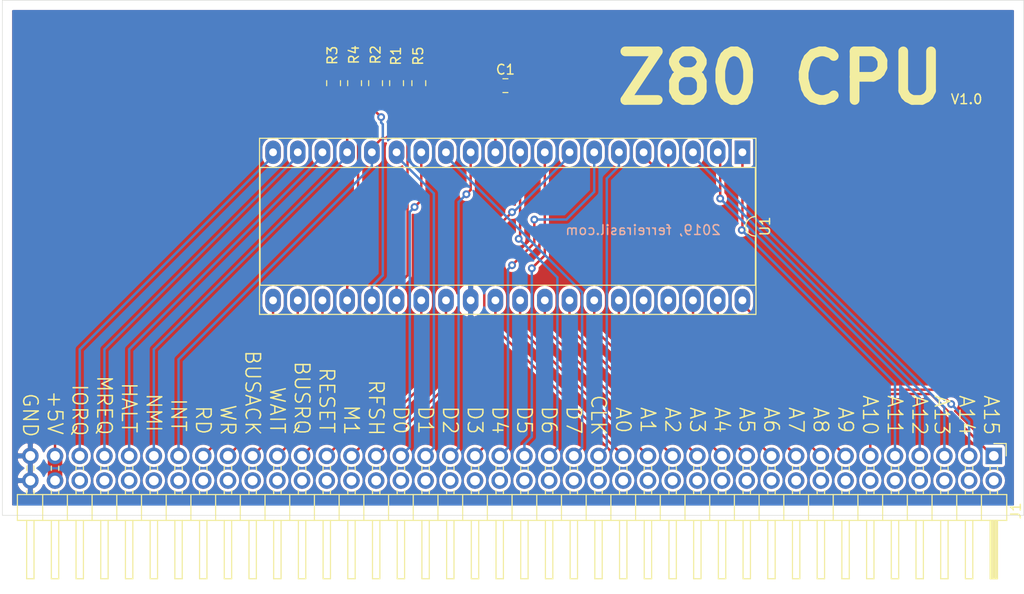
<source format=kicad_pcb>
(kicad_pcb (version 20171130) (host pcbnew 5.1.2)
  (layers (0 F.Cu signal) (31 B.Cu signal) (34 B.Paste user) (35 F.Paste user) (36 B.SilkS user) (37 F.SilkS user) (38 B.Mask user) (39 F.Mask user) (44 Edge.Cuts user))
  (net 0 "")
  (net 1 GND)
  (net 2 +5V)
  (net 3 /A0)
  (net 4 /A1)
  (net 5 /A2)
  (net 6 /A3)
  (net 7 /A4)
  (net 8 /A5)
  (net 9 /A6)
  (net 10 /A7)
  (net 11 /A8)
  (net 12 /A9)
  (net 13 /A10)
  (net 14 /A11)
  (net 15 /A12)
  (net 16 /A13)
  (net 17 /A14)
  (net 18 /A15)
  (net 19 /D0)
  (net 20 /D1)
  (net 21 /D2)
  (net 22 /D3)
  (net 23 /D4)
  (net 24 /D5)
  (net 25 /D6)
  (net 26 /D7)
  (net 27 /RD)
  (net 28 /WR)
  (net 29 /MREQ)
  (net 30 /IORQ)
  (net 31 /NMI)
  (net 32 /INT)
  (net 33 /BUSRQ)
  (net 34 /BUSACK)
  (net 35 /M1)
  (net 36 /RFSH)
  (net 37 /WAIT)
  (net 38 /HALT)
  (net 39 /RESET)
  (net 40 /CLK)
  (net 41 "Net-(J1-Pad76)")
  (net 42 "Net-(J1-Pad74)")
  (net 43 "Net-(J1-Pad72)")
  (net 44 "Net-(J1-Pad70)")
  (net 45 "Net-(J1-Pad68)")
  (net 46 "Net-(J1-Pad66)")
  (net 47 "Net-(J1-Pad64)")
  (net 48 "Net-(J1-Pad62)")
  (net 49 "Net-(J1-Pad60)")
  (net 50 "Net-(J1-Pad58)")
  (net 51 "Net-(J1-Pad56)")
  (net 52 "Net-(J1-Pad54)")
  (net 53 "Net-(J1-Pad52)")
  (net 54 "Net-(J1-Pad50)")
  (net 55 "Net-(J1-Pad48)")
  (net 56 "Net-(J1-Pad46)")
  (net 57 "Net-(J1-Pad44)")
  (net 58 "Net-(J1-Pad42)")
  (net 59 "Net-(J1-Pad40)")
  (net 60 "Net-(J1-Pad38)")
  (net 61 "Net-(J1-Pad36)")
  (net 62 "Net-(J1-Pad34)")
  (net 63 "Net-(J1-Pad32)")
  (net 64 "Net-(J1-Pad30)")
  (net 65 "Net-(J1-Pad28)")
  (net 66 "Net-(J1-Pad26)")
  (net 67 "Net-(J1-Pad24)")
  (net 68 "Net-(J1-Pad22)")
  (net 69 "Net-(J1-Pad20)")
  (net 70 "Net-(J1-Pad18)")
  (net 71 "Net-(J1-Pad16)")
  (net 72 "Net-(J1-Pad14)")
  (net 73 "Net-(J1-Pad12)")
  (net 74 "Net-(J1-Pad10)")
  (net 75 "Net-(J1-Pad8)")
  (net 76 "Net-(J1-Pad6)")
  (net 77 "Net-(J1-Pad4)")
  (net 78 "Net-(J1-Pad2)")
  (module Capacitor_SMD:C_0805_2012Metric (layer F.Cu) (at 151.7165 73.787)
    (fp_text reference C1 (at 0 -1.65) (layer F.SilkS))
    (fp_text value C)
    (pad 2 smd roundrect (at 0.9375 0) (size 0.975 1.4) (layers F.Cu F.Paste F.Mask) (net 1 GND))
    (pad 1 smd roundrect (at -0.9375 0) (size 0.975 1.4) (layers F.Cu F.Paste F.Mask) (net 2 +5V))
  )
  (module Connector_PinHeader_2.54mm:PinHeader_2x40_P2.54mm_Horizontal (layer F.Cu) (at 201.93 111.887 270)
    (fp_text reference J1 (at 5.655 -2.27 90) (layer F.SilkS))
    (fp_text value Conn_02x40_Odd_Even)
    (pad 80 thru_hole oval (at 2.54 99.06 270) (size 1.7 1.7) (drill 1) (layers *.Cu *.Mask) (net 1 GND))
    (pad 79 thru_hole oval (at 0 99.06 270) (size 1.7 1.7) (drill 1) (layers *.Cu *.Mask) (net 1 GND))
    (pad 78 thru_hole oval (at 2.54 96.52 270) (size 1.7 1.7) (drill 1) (layers *.Cu *.Mask) (net 2 +5V))
    (pad 77 thru_hole oval (at 0 96.52 270) (size 1.7 1.7) (drill 1) (layers *.Cu *.Mask) (net 2 +5V))
    (pad 76 thru_hole oval (at 2.54 93.98 270) (size 1.7 1.7) (drill 1) (layers *.Cu *.Mask) (net 41 "Net-(J1-Pad76)"))
    (pad 75 thru_hole oval (at 0 93.98 270) (size 1.7 1.7) (drill 1) (layers *.Cu *.Mask) (net 30 /IORQ))
    (pad 74 thru_hole oval (at 2.54 91.44 270) (size 1.7 1.7) (drill 1) (layers *.Cu *.Mask) (net 42 "Net-(J1-Pad74)"))
    (pad 73 thru_hole oval (at 0 91.44 270) (size 1.7 1.7) (drill 1) (layers *.Cu *.Mask) (net 29 /MREQ))
    (pad 72 thru_hole oval (at 2.54 88.9 270) (size 1.7 1.7) (drill 1) (layers *.Cu *.Mask) (net 43 "Net-(J1-Pad72)"))
    (pad 71 thru_hole oval (at 0 88.9 270) (size 1.7 1.7) (drill 1) (layers *.Cu *.Mask) (net 38 /HALT))
    (pad 70 thru_hole oval (at 2.54 86.36 270) (size 1.7 1.7) (drill 1) (layers *.Cu *.Mask) (net 44 "Net-(J1-Pad70)"))
    (pad 69 thru_hole oval (at 0 86.36 270) (size 1.7 1.7) (drill 1) (layers *.Cu *.Mask) (net 31 /NMI))
    (pad 68 thru_hole oval (at 2.54 83.82 270) (size 1.7 1.7) (drill 1) (layers *.Cu *.Mask) (net 45 "Net-(J1-Pad68)"))
    (pad 67 thru_hole oval (at 0 83.82 270) (size 1.7 1.7) (drill 1) (layers *.Cu *.Mask) (net 32 /INT))
    (pad 66 thru_hole oval (at 2.54 81.28 270) (size 1.7 1.7) (drill 1) (layers *.Cu *.Mask) (net 46 "Net-(J1-Pad66)"))
    (pad 65 thru_hole oval (at 0 81.28 270) (size 1.7 1.7) (drill 1) (layers *.Cu *.Mask) (net 27 /RD))
    (pad 64 thru_hole oval (at 2.54 78.74 270) (size 1.7 1.7) (drill 1) (layers *.Cu *.Mask) (net 47 "Net-(J1-Pad64)"))
    (pad 63 thru_hole oval (at 0 78.74 270) (size 1.7 1.7) (drill 1) (layers *.Cu *.Mask) (net 28 /WR))
    (pad 62 thru_hole oval (at 2.54 76.2 270) (size 1.7 1.7) (drill 1) (layers *.Cu *.Mask) (net 48 "Net-(J1-Pad62)"))
    (pad 61 thru_hole oval (at 0 76.2 270) (size 1.7 1.7) (drill 1) (layers *.Cu *.Mask) (net 34 /BUSACK))
    (pad 60 thru_hole oval (at 2.54 73.66 270) (size 1.7 1.7) (drill 1) (layers *.Cu *.Mask) (net 49 "Net-(J1-Pad60)"))
    (pad 59 thru_hole oval (at 0 73.66 270) (size 1.7 1.7) (drill 1) (layers *.Cu *.Mask) (net 37 /WAIT))
    (pad 58 thru_hole oval (at 2.54 71.12 270) (size 1.7 1.7) (drill 1) (layers *.Cu *.Mask) (net 50 "Net-(J1-Pad58)"))
    (pad 57 thru_hole oval (at 0 71.12 270) (size 1.7 1.7) (drill 1) (layers *.Cu *.Mask) (net 33 /BUSRQ))
    (pad 56 thru_hole oval (at 2.54 68.58 270) (size 1.7 1.7) (drill 1) (layers *.Cu *.Mask) (net 51 "Net-(J1-Pad56)"))
    (pad 55 thru_hole oval (at 0 68.58 270) (size 1.7 1.7) (drill 1) (layers *.Cu *.Mask) (net 39 /RESET))
    (pad 54 thru_hole oval (at 2.54 66.04 270) (size 1.7 1.7) (drill 1) (layers *.Cu *.Mask) (net 52 "Net-(J1-Pad54)"))
    (pad 53 thru_hole oval (at 0 66.04 270) (size 1.7 1.7) (drill 1) (layers *.Cu *.Mask) (net 35 /M1))
    (pad 52 thru_hole oval (at 2.54 63.5 270) (size 1.7 1.7) (drill 1) (layers *.Cu *.Mask) (net 53 "Net-(J1-Pad52)"))
    (pad 51 thru_hole oval (at 0 63.5 270) (size 1.7 1.7) (drill 1) (layers *.Cu *.Mask) (net 36 /RFSH))
    (pad 50 thru_hole oval (at 2.54 60.96 270) (size 1.7 1.7) (drill 1) (layers *.Cu *.Mask) (net 54 "Net-(J1-Pad50)"))
    (pad 49 thru_hole oval (at 0 60.96 270) (size 1.7 1.7) (drill 1) (layers *.Cu *.Mask) (net 19 /D0))
    (pad 48 thru_hole oval (at 2.54 58.42 270) (size 1.7 1.7) (drill 1) (layers *.Cu *.Mask) (net 55 "Net-(J1-Pad48)"))
    (pad 47 thru_hole oval (at 0 58.42 270) (size 1.7 1.7) (drill 1) (layers *.Cu *.Mask) (net 20 /D1))
    (pad 46 thru_hole oval (at 2.54 55.88 270) (size 1.7 1.7) (drill 1) (layers *.Cu *.Mask) (net 56 "Net-(J1-Pad46)"))
    (pad 45 thru_hole oval (at 0 55.88 270) (size 1.7 1.7) (drill 1) (layers *.Cu *.Mask) (net 21 /D2))
    (pad 44 thru_hole oval (at 2.54 53.34 270) (size 1.7 1.7) (drill 1) (layers *.Cu *.Mask) (net 57 "Net-(J1-Pad44)"))
    (pad 43 thru_hole oval (at 0 53.34 270) (size 1.7 1.7) (drill 1) (layers *.Cu *.Mask) (net 22 /D3))
    (pad 42 thru_hole oval (at 2.54 50.8 270) (size 1.7 1.7) (drill 1) (layers *.Cu *.Mask) (net 58 "Net-(J1-Pad42)"))
    (pad 41 thru_hole oval (at 0 50.8 270) (size 1.7 1.7) (drill 1) (layers *.Cu *.Mask) (net 23 /D4))
    (pad 40 thru_hole oval (at 2.54 48.26 270) (size 1.7 1.7) (drill 1) (layers *.Cu *.Mask) (net 59 "Net-(J1-Pad40)"))
    (pad 39 thru_hole oval (at 0 48.26 270) (size 1.7 1.7) (drill 1) (layers *.Cu *.Mask) (net 24 /D5))
    (pad 38 thru_hole oval (at 2.54 45.72 270) (size 1.7 1.7) (drill 1) (layers *.Cu *.Mask) (net 60 "Net-(J1-Pad38)"))
    (pad 37 thru_hole oval (at 0 45.72 270) (size 1.7 1.7) (drill 1) (layers *.Cu *.Mask) (net 25 /D6))
    (pad 36 thru_hole oval (at 2.54 43.18 270) (size 1.7 1.7) (drill 1) (layers *.Cu *.Mask) (net 61 "Net-(J1-Pad36)"))
    (pad 35 thru_hole oval (at 0 43.18 270) (size 1.7 1.7) (drill 1) (layers *.Cu *.Mask) (net 26 /D7))
    (pad 34 thru_hole oval (at 2.54 40.64 270) (size 1.7 1.7) (drill 1) (layers *.Cu *.Mask) (net 62 "Net-(J1-Pad34)"))
    (pad 33 thru_hole oval (at 0 40.64 270) (size 1.7 1.7) (drill 1) (layers *.Cu *.Mask) (net 40 /CLK))
    (pad 32 thru_hole oval (at 2.54 38.1 270) (size 1.7 1.7) (drill 1) (layers *.Cu *.Mask) (net 63 "Net-(J1-Pad32)"))
    (pad 31 thru_hole oval (at 0 38.1 270) (size 1.7 1.7) (drill 1) (layers *.Cu *.Mask) (net 3 /A0))
    (pad 30 thru_hole oval (at 2.54 35.56 270) (size 1.7 1.7) (drill 1) (layers *.Cu *.Mask) (net 64 "Net-(J1-Pad30)"))
    (pad 29 thru_hole oval (at 0 35.56 270) (size 1.7 1.7) (drill 1) (layers *.Cu *.Mask) (net 4 /A1))
    (pad 28 thru_hole oval (at 2.54 33.02 270) (size 1.7 1.7) (drill 1) (layers *.Cu *.Mask) (net 65 "Net-(J1-Pad28)"))
    (pad 27 thru_hole oval (at 0 33.02 270) (size 1.7 1.7) (drill 1) (layers *.Cu *.Mask) (net 5 /A2))
    (pad 26 thru_hole oval (at 2.54 30.48 270) (size 1.7 1.7) (drill 1) (layers *.Cu *.Mask) (net 66 "Net-(J1-Pad26)"))
    (pad 25 thru_hole oval (at 0 30.48 270) (size 1.7 1.7) (drill 1) (layers *.Cu *.Mask) (net 6 /A3))
    (pad 24 thru_hole oval (at 2.54 27.94 270) (size 1.7 1.7) (drill 1) (layers *.Cu *.Mask) (net 67 "Net-(J1-Pad24)"))
    (pad 23 thru_hole oval (at 0 27.94 270) (size 1.7 1.7) (drill 1) (layers *.Cu *.Mask) (net 7 /A4))
    (pad 22 thru_hole oval (at 2.54 25.4 270) (size 1.7 1.7) (drill 1) (layers *.Cu *.Mask) (net 68 "Net-(J1-Pad22)"))
    (pad 21 thru_hole oval (at 0 25.4 270) (size 1.7 1.7) (drill 1) (layers *.Cu *.Mask) (net 8 /A5))
    (pad 20 thru_hole oval (at 2.54 22.86 270) (size 1.7 1.7) (drill 1) (layers *.Cu *.Mask) (net 69 "Net-(J1-Pad20)"))
    (pad 19 thru_hole oval (at 0 22.86 270) (size 1.7 1.7) (drill 1) (layers *.Cu *.Mask) (net 9 /A6))
    (pad 18 thru_hole oval (at 2.54 20.32 270) (size 1.7 1.7) (drill 1) (layers *.Cu *.Mask) (net 70 "Net-(J1-Pad18)"))
    (pad 17 thru_hole oval (at 0 20.32 270) (size 1.7 1.7) (drill 1) (layers *.Cu *.Mask) (net 10 /A7))
    (pad 16 thru_hole oval (at 2.54 17.78 270) (size 1.7 1.7) (drill 1) (layers *.Cu *.Mask) (net 71 "Net-(J1-Pad16)"))
    (pad 15 thru_hole oval (at 0 17.78 270) (size 1.7 1.7) (drill 1) (layers *.Cu *.Mask) (net 11 /A8))
    (pad 14 thru_hole oval (at 2.54 15.24 270) (size 1.7 1.7) (drill 1) (layers *.Cu *.Mask) (net 72 "Net-(J1-Pad14)"))
    (pad 13 thru_hole oval (at 0 15.24 270) (size 1.7 1.7) (drill 1) (layers *.Cu *.Mask) (net 12 /A9))
    (pad 12 thru_hole oval (at 2.54 12.7 270) (size 1.7 1.7) (drill 1) (layers *.Cu *.Mask) (net 73 "Net-(J1-Pad12)"))
    (pad 11 thru_hole oval (at 0 12.7 270) (size 1.7 1.7) (drill 1) (layers *.Cu *.Mask) (net 13 /A10))
    (pad 10 thru_hole oval (at 2.54 10.16 270) (size 1.7 1.7) (drill 1) (layers *.Cu *.Mask) (net 74 "Net-(J1-Pad10)"))
    (pad 9 thru_hole oval (at 0 10.16 270) (size 1.7 1.7) (drill 1) (layers *.Cu *.Mask) (net 14 /A11))
    (pad 8 thru_hole oval (at 2.54 7.62 270) (size 1.7 1.7) (drill 1) (layers *.Cu *.Mask) (net 75 "Net-(J1-Pad8)"))
    (pad 7 thru_hole oval (at 0 7.62 270) (size 1.7 1.7) (drill 1) (layers *.Cu *.Mask) (net 15 /A12))
    (pad 6 thru_hole oval (at 2.54 5.08 270) (size 1.7 1.7) (drill 1) (layers *.Cu *.Mask) (net 76 "Net-(J1-Pad6)"))
    (pad 5 thru_hole oval (at 0 5.08 270) (size 1.7 1.7) (drill 1) (layers *.Cu *.Mask) (net 16 /A13))
    (pad 4 thru_hole oval (at 2.54 2.54 270) (size 1.7 1.7) (drill 1) (layers *.Cu *.Mask) (net 77 "Net-(J1-Pad4)"))
    (pad 3 thru_hole oval (at 0 2.54 270) (size 1.7 1.7) (drill 1) (layers *.Cu *.Mask) (net 17 /A14))
    (pad 2 thru_hole oval (at 2.54 0 270) (size 1.7 1.7) (drill 1) (layers *.Cu *.Mask) (net 78 "Net-(J1-Pad2)"))
    (pad 1 thru_hole rect (at 0 0 270) (size 1.7 1.7) (drill 1) (layers *.Cu *.Mask) (net 18 /A15))
  )
  (module Package_DIP:DIP-40_W15.24mm_Socket_LongPads (layer F.Cu) (at 176.0855 80.645 270)
    (fp_text reference U1 (at 7.62 -2.33 90) (layer F.SilkS))
    (fp_text value Z80CPU)
    (pad 1 thru_hole rect (at 0 0 270) (size 2.4 1.6) (drill 0.8) (layers *.Cu *.Mask) (net 14 /A11))
    (pad 21 thru_hole oval (at 15.24 48.26 270) (size 2.4 1.6) (drill 0.8) (layers *.Cu *.Mask) (net 27 /RD))
    (pad 2 thru_hole oval (at 0 2.54 270) (size 2.4 1.6) (drill 0.8) (layers *.Cu *.Mask) (net 15 /A12))
    (pad 22 thru_hole oval (at 15.24 45.72 270) (size 2.4 1.6) (drill 0.8) (layers *.Cu *.Mask) (net 28 /WR))
    (pad 3 thru_hole oval (at 0 5.08 270) (size 2.4 1.6) (drill 0.8) (layers *.Cu *.Mask) (net 16 /A13))
    (pad 23 thru_hole oval (at 15.24 43.18 270) (size 2.4 1.6) (drill 0.8) (layers *.Cu *.Mask) (net 34 /BUSACK))
    (pad 4 thru_hole oval (at 0 7.62 270) (size 2.4 1.6) (drill 0.8) (layers *.Cu *.Mask) (net 17 /A14))
    (pad 24 thru_hole oval (at 15.24 40.64 270) (size 2.4 1.6) (drill 0.8) (layers *.Cu *.Mask) (net 37 /WAIT))
    (pad 5 thru_hole oval (at 0 10.16 270) (size 2.4 1.6) (drill 0.8) (layers *.Cu *.Mask) (net 18 /A15))
    (pad 25 thru_hole oval (at 15.24 38.1 270) (size 2.4 1.6) (drill 0.8) (layers *.Cu *.Mask) (net 33 /BUSRQ))
    (pad 6 thru_hole oval (at 0 12.7 270) (size 2.4 1.6) (drill 0.8) (layers *.Cu *.Mask) (net 40 /CLK))
    (pad 26 thru_hole oval (at 15.24 35.56 270) (size 2.4 1.6) (drill 0.8) (layers *.Cu *.Mask) (net 39 /RESET))
    (pad 7 thru_hole oval (at 0 15.24 270) (size 2.4 1.6) (drill 0.8) (layers *.Cu *.Mask) (net 23 /D4))
    (pad 27 thru_hole oval (at 15.24 33.02 270) (size 2.4 1.6) (drill 0.8) (layers *.Cu *.Mask) (net 35 /M1))
    (pad 8 thru_hole oval (at 0 17.78 270) (size 2.4 1.6) (drill 0.8) (layers *.Cu *.Mask) (net 22 /D3))
    (pad 28 thru_hole oval (at 15.24 30.48 270) (size 2.4 1.6) (drill 0.8) (layers *.Cu *.Mask) (net 36 /RFSH))
    (pad 9 thru_hole oval (at 0 20.32 270) (size 2.4 1.6) (drill 0.8) (layers *.Cu *.Mask) (net 24 /D5))
    (pad 29 thru_hole oval (at 15.24 27.94 270) (size 2.4 1.6) (drill 0.8) (layers *.Cu *.Mask) (net 1 GND))
    (pad 10 thru_hole oval (at 0 22.86 270) (size 2.4 1.6) (drill 0.8) (layers *.Cu *.Mask) (net 25 /D6))
    (pad 30 thru_hole oval (at 15.24 25.4 270) (size 2.4 1.6) (drill 0.8) (layers *.Cu *.Mask) (net 3 /A0))
    (pad 11 thru_hole oval (at 0 25.4 270) (size 2.4 1.6) (drill 0.8) (layers *.Cu *.Mask) (net 2 +5V))
    (pad 31 thru_hole oval (at 15.24 22.86 270) (size 2.4 1.6) (drill 0.8) (layers *.Cu *.Mask) (net 4 /A1))
    (pad 12 thru_hole oval (at 0 27.94 270) (size 2.4 1.6) (drill 0.8) (layers *.Cu *.Mask) (net 21 /D2))
    (pad 32 thru_hole oval (at 15.24 20.32 270) (size 2.4 1.6) (drill 0.8) (layers *.Cu *.Mask) (net 5 /A2))
    (pad 13 thru_hole oval (at 0 30.48 270) (size 2.4 1.6) (drill 0.8) (layers *.Cu *.Mask) (net 26 /D7))
    (pad 33 thru_hole oval (at 15.24 17.78 270) (size 2.4 1.6) (drill 0.8) (layers *.Cu *.Mask) (net 6 /A3))
    (pad 14 thru_hole oval (at 0 33.02 270) (size 2.4 1.6) (drill 0.8) (layers *.Cu *.Mask) (net 19 /D0))
    (pad 34 thru_hole oval (at 15.24 15.24 270) (size 2.4 1.6) (drill 0.8) (layers *.Cu *.Mask) (net 7 /A4))
    (pad 15 thru_hole oval (at 0 35.56 270) (size 2.4 1.6) (drill 0.8) (layers *.Cu *.Mask) (net 20 /D1))
    (pad 35 thru_hole oval (at 15.24 12.7 270) (size 2.4 1.6) (drill 0.8) (layers *.Cu *.Mask) (net 8 /A5))
    (pad 16 thru_hole oval (at 0 38.1 270) (size 2.4 1.6) (drill 0.8) (layers *.Cu *.Mask) (net 32 /INT))
    (pad 36 thru_hole oval (at 15.24 10.16 270) (size 2.4 1.6) (drill 0.8) (layers *.Cu *.Mask) (net 9 /A6))
    (pad 17 thru_hole oval (at 0 40.64 270) (size 2.4 1.6) (drill 0.8) (layers *.Cu *.Mask) (net 31 /NMI))
    (pad 37 thru_hole oval (at 15.24 7.62 270) (size 2.4 1.6) (drill 0.8) (layers *.Cu *.Mask) (net 10 /A7))
    (pad 18 thru_hole oval (at 0 43.18 270) (size 2.4 1.6) (drill 0.8) (layers *.Cu *.Mask) (net 38 /HALT))
    (pad 38 thru_hole oval (at 15.24 5.08 270) (size 2.4 1.6) (drill 0.8) (layers *.Cu *.Mask) (net 11 /A8))
    (pad 19 thru_hole oval (at 0 45.72 270) (size 2.4 1.6) (drill 0.8) (layers *.Cu *.Mask) (net 29 /MREQ))
    (pad 39 thru_hole oval (at 15.24 2.54 270) (size 2.4 1.6) (drill 0.8) (layers *.Cu *.Mask) (net 12 /A9))
    (pad 20 thru_hole oval (at 0 48.26 270) (size 2.4 1.6) (drill 0.8) (layers *.Cu *.Mask) (net 30 /IORQ))
    (pad 40 thru_hole oval (at 15.24 0 270) (size 2.4 1.6) (drill 0.8) (layers *.Cu *.Mask) (net 13 /A10))
  )
  (module Resistor_SMD:R_0805_2012Metric (layer F.Cu) (at 140.5255 73.533 90)
    (fp_text reference R1 (at 2.794 -0.0635 90) (layer F.SilkS))
    (fp_text value R)
    (pad 1 smd roundrect (at -0.9375 0 90) (size 0.975 1.4) (layers F.Cu F.Paste F.Mask) (net 32 /INT))
    (pad 2 smd roundrect (at 0.9375 0 90) (size 0.975 1.4) (layers F.Cu F.Paste F.Mask) (net 2 +5V))
  )
  (module Resistor_SMD:R_0805_2012Metric (layer F.Cu) (at 136.2075 73.533 90)
    (fp_text reference R4 (at 2.921 -0.0635 90) (layer F.SilkS))
    (fp_text value R)
    (pad 1 smd roundrect (at -0.9375 0 90) (size 0.975 1.4) (layers F.Cu F.Paste F.Mask) (net 37 /WAIT))
    (pad 2 smd roundrect (at 0.9375 0 90) (size 0.975 1.4) (layers F.Cu F.Paste F.Mask) (net 2 +5V))
  )
  (module Resistor_SMD:R_0805_2012Metric (layer F.Cu) (at 134.0485 73.533 90)
    (fp_text reference R3 (at 2.8575 -0.127 90) (layer F.SilkS))
    (fp_text value R)
    (pad 1 smd roundrect (at -0.9375 0 90) (size 0.975 1.4) (layers F.Cu F.Paste F.Mask) (net 31 /NMI))
    (pad 2 smd roundrect (at 0.9375 0 90) (size 0.975 1.4) (layers F.Cu F.Paste F.Mask) (net 2 +5V))
  )
  (module Resistor_SMD:R_0805_2012Metric (layer F.Cu) (at 138.3665 73.533 90)
    (fp_text reference R2 (at 2.921 0 90) (layer F.SilkS))
    (fp_text value R)
    (pad 1 smd roundrect (at -0.9375 0 90) (size 0.975 1.4) (layers F.Cu F.Paste F.Mask) (net 33 /BUSRQ))
    (pad 2 smd roundrect (at 0.9375 0 90) (size 0.975 1.4) (layers F.Cu F.Paste F.Mask) (net 2 +5V))
  )
  (module Resistor_SMD:R_0805_2012Metric (layer F.Cu) (at 142.8115 73.533 90)
    (fp_text reference R5 (at 2.794 -0.0635 90) (layer F.SilkS))
    (fp_text value R)
    (pad 1 smd roundrect (at -0.9375 0 90) (size 0.975 1.4) (layers F.Cu F.Paste F.Mask) (net 39 /RESET))
    (pad 2 smd roundrect (at 0.9375 0 90) (size 0.975 1.4) (layers F.Cu F.Paste F.Mask) (net 2 +5V))
  )
  (gr_text V1.0 (at 199.136 75.184) (layer F.SilkS) (effects (font (size 1 1))))
  (gr_text "2019, ferreirasil.com" (at 165.862 88.646) (layer B.SilkS) (effects (font (size 1 1)) (justify mirror)))
  (gr_text BUSACK (at 125.73 105.41 270) (layer F.SilkS) (effects (font (size 1.5 1.5))))
  (gr_text MREQ (at 110.49 106.68 270) (layer F.SilkS) (effects (font (size 1.5 1.5))))
  (gr_text BUSRQ (at 130.81 105.918 270) (layer F.SilkS) (effects (font (size 1.5 1.5))))
  (gr_text IORQ (at 107.95 107.188 270) (layer F.SilkS) (effects (font (size 1.5 1.5))))
  (gr_text INT (at 118.11 107.696 270) (layer F.SilkS) (effects (font (size 1.5 1.5))))
  (gr_text NMI (at 115.57 107.442 270) (layer F.SilkS) (effects (font (size 1.5 1.5))))
  (gr_text CLK (at 161.29 107.696 270) (layer F.SilkS) (effects (font (size 1.5 1.5))))
  (gr_text RD (at 120.65 108.204 270) (layer F.SilkS) (effects (font (size 1.5 1.5))))
  (gr_text WAIT (at 128.27 107.188 270) (layer F.SilkS) (effects (font (size 1.5 1.5))))
  (gr_text D7 (at 158.75 108.204 270) (layer F.SilkS) (effects (font (size 1.5 1.5))))
  (gr_text WR (at 123.19 108.204 270) (layer F.SilkS) (effects (font (size 1.5 1.5))))
  (gr_text A2 (at 168.91 108.204 270) (layer F.SilkS) (effects (font (size 1.5 1.5))))
  (gr_text M1 (at 135.89 108.204 270) (layer F.SilkS) (effects (font (size 1.5 1.5))))
  (gr_text D1 (at 143.51 108.204 270) (layer F.SilkS) (effects (font (size 1.5 1.5))))
  (gr_text RESET (at 133.35 106.172 270) (layer F.SilkS) (effects (font (size 1.5 1.5))))
  (gr_text RFSH (at 138.43 106.934 270) (layer F.SilkS) (effects (font (size 1.5 1.5))))
  (gr_text D3 (at 148.59 108.204 270) (layer F.SilkS) (effects (font (size 1.5 1.5))))
  (gr_text D2 (at 146.05 108.204 270) (layer F.SilkS) (effects (font (size 1.5 1.5))))
  (gr_text D5 (at 153.67 108.204 270) (layer F.SilkS) (effects (font (size 1.5 1.5))))
  (gr_text +5V (at 105.41 107.442 270) (layer F.SilkS) (effects (font (size 1.5 1.5))))
  (gr_text D0 (at 140.97 108.204 270) (layer F.SilkS) (effects (font (size 1.5 1.5))))
  (gr_text GND (at 102.87 107.696 270) (layer F.SilkS) (effects (font (size 1.5 1.5))))
  (gr_text D4 (at 151.13 108.204 270) (layer F.SilkS) (effects (font (size 1.5 1.5))))
  (gr_text HALT (at 113.03 106.934 270) (layer F.SilkS) (effects (font (size 1.5 1.5))))
  (gr_text A6 (at 179.07 108.204 270) (layer F.SilkS) (effects (font (size 1.5 1.5))))
  (gr_text A8 (at 184.15 108.204 270) (layer F.SilkS) (effects (font (size 1.5 1.5))))
  (gr_text A5 (at 176.53 108.204 270) (layer F.SilkS) (effects (font (size 1.5 1.5))))
  (gr_text A10 (at 189.23 107.696 270) (layer F.SilkS) (effects (font (size 1.5 1.5))))
  (gr_text A4 (at 173.99 108.204 270) (layer F.SilkS) (effects (font (size 1.5 1.5))))
  (gr_text A7 (at 181.61 108.204 270) (layer F.SilkS) (effects (font (size 1.5 1.5))))
  (gr_text A1 (at 166.37 108.204 270) (layer F.SilkS) (effects (font (size 1.5 1.5))))
  (gr_text A9 (at 186.69 108.204 270) (layer F.SilkS) (effects (font (size 1.5 1.5))))
  (gr_text A0 (at 163.83 108.204 270) (layer F.SilkS) (effects (font (size 1.5 1.5))))
  (gr_text D6 (at 156.21 108.204 270) (layer F.SilkS) (effects (font (size 1.5 1.5))))
  (gr_text A3 (at 171.45 108.204 270) (layer F.SilkS) (effects (font (size 1.5 1.5))))
  (gr_text A12 (at 194.31 107.696 270) (layer F.SilkS) (effects (font (size 1.5 1.5))))
  (gr_text A11 (at 191.77 107.696 270) (layer F.SilkS) (effects (font (size 1.5 1.5))))
  (gr_text A13 (at 196.596 107.696 270) (layer F.SilkS) (effects (font (size 1.5 1.5))))
  (gr_text A14 (at 199.136 107.696 270) (layer F.SilkS) (effects (font (size 1.5 1.5))))
  (gr_text A15 (at 201.676 107.696 270) (layer F.SilkS) (effects (font (size 1.5 1.5))))
  (gr_text "Z80 CPU" (at 180 73) (layer F.SilkS) (effects (font (size 5 5) (thickness 1))))
  (gr_line (start 205 65) (end 100 65) (layer Edge.Cuts) (width 0.05))
  (gr_line (start 205 118) (end 205 65) (layer Edge.Cuts) (width 0.05))
  (gr_line (start 100 118) (end 100 65) (layer Edge.Cuts) (width 0.05))
  (gr_line (start 205 118) (end 100 118) (layer Edge.Cuts) (width 0.05))
  (segment (start 134.0485 72.5955) (end 142.8115 72.5955) (width 0.25) (layer F.Cu) (net 2))
  (segment (start 150.6855 73.8505) (end 150.622 73.787) (width 0.25) (layer F.Cu) (net 2))
  (segment (start 150.6855 80.645) (end 150.6855 73.8505) (width 0.25) (layer F.Cu) (net 2))
  (segment (start 105.41 111.887) (end 105.41 98.552) (width 0.25) (layer F.Cu) (net 2))
  (segment (start 131.3665 72.5955) (end 134.0485 72.5955) (width 0.25) (layer F.Cu) (net 2))
  (segment (start 105.41 98.552) (end 131.3665 72.5955) (width 0.25) (layer F.Cu) (net 2))
  (segment (start 144.003 73.787) (end 150.622 73.787) (width 0.25) (layer F.Cu) (net 2))
  (segment (start 142.8115 72.5955) (end 144.003 73.787) (width 0.25) (layer F.Cu) (net 2))
  (segment (start 105.41 114.427) (end 105.41 111.887) (width 1.5) (layer F.Cu) (net 2))
  (segment (start 150.6855 98.7425) (end 150.6855 95.885) (width 0.25) (layer F.Cu) (net 3))
  (segment (start 163.83 111.887) (end 150.6855 98.7425) (width 0.25) (layer F.Cu) (net 3))
  (segment (start 153.2255 98.7425) (end 153.2255 95.885) (width 0.25) (layer F.Cu) (net 4))
  (segment (start 166.37 111.887) (end 153.2255 98.7425) (width 0.25) (layer F.Cu) (net 4))
  (segment (start 155.7655 98.7425) (end 155.7655 95.885) (width 0.25) (layer F.Cu) (net 5))
  (segment (start 168.91 111.887) (end 155.7655 98.7425) (width 0.25) (layer F.Cu) (net 5))
  (segment (start 170.600001 111.037001) (end 170.600001 110.973501) (width 0.25) (layer F.Cu) (net 6))
  (segment (start 171.45 111.887) (end 170.600001 111.037001) (width 0.25) (layer F.Cu) (net 6))
  (segment (start 158.3055 98.679) (end 158.3055 95.885) (width 0.25) (layer F.Cu) (net 6))
  (segment (start 170.600001 110.973501) (end 158.3055 98.679) (width 0.25) (layer F.Cu) (net 6))
  (segment (start 173.140001 111.037001) (end 173.076501 111.037001) (width 0.25) (layer F.Cu) (net 7))
  (segment (start 173.99 111.887) (end 173.140001 111.037001) (width 0.25) (layer F.Cu) (net 7))
  (segment (start 160.8455 98.806) (end 160.8455 95.885) (width 0.25) (layer F.Cu) (net 7))
  (segment (start 173.076501 111.037001) (end 160.8455 98.806) (width 0.25) (layer F.Cu) (net 7))
  (segment (start 163.3855 98.7425) (end 163.3855 95.885) (width 0.25) (layer F.Cu) (net 8))
  (segment (start 176.53 111.887) (end 163.3855 98.7425) (width 0.25) (layer F.Cu) (net 8))
  (segment (start 165.9255 98.7425) (end 165.9255 95.885) (width 0.25) (layer F.Cu) (net 9))
  (segment (start 179.07 111.887) (end 165.9255 98.7425) (width 0.25) (layer F.Cu) (net 9))
  (segment (start 168.4655 98.7425) (end 168.4655 95.885) (width 0.25) (layer F.Cu) (net 10))
  (segment (start 181.61 111.887) (end 168.4655 98.7425) (width 0.25) (layer F.Cu) (net 10))
  (segment (start 171.0055 98.7425) (end 171.0055 95.885) (width 0.25) (layer F.Cu) (net 11))
  (segment (start 184.15 111.887) (end 171.0055 98.7425) (width 0.25) (layer F.Cu) (net 11))
  (segment (start 173.5455 98.7425) (end 186.69 111.887) (width 0.25) (layer F.Cu) (net 12))
  (segment (start 173.5455 95.885) (end 173.5455 98.7425) (width 0.25) (layer F.Cu) (net 12))
  (segment (start 176.0855 96.285) (end 176.0855 95.885) (width 0.25) (layer F.Cu) (net 13))
  (segment (start 189.23 109.4295) (end 176.0855 96.285) (width 0.25) (layer F.Cu) (net 13))
  (segment (start 189.23 111.887) (end 189.23 109.4295) (width 0.25) (layer F.Cu) (net 13))
  (segment (start 176.0855 80.645) (end 176.0855 81.045) (width 0.25) (layer F.Cu) (net 14))
  (segment (start 176.0855 88.582501) (end 176.017341 88.65066) (width 0.25) (layer F.Cu) (net 14))
  (segment (start 191.77 111.887) (end 191.77 104.403319) (width 0.25) (layer B.Cu) (net 14))
  (segment (start 176.0855 80.645) (end 176.0855 88.582501) (width 0.25) (layer F.Cu) (net 14))
  (via (at 176.017341 88.65066) (size 0.8) (drill 0.4) (layers F.Cu B.Cu) (net 14))
  (segment (start 191.77 104.403319) (end 176.41734 89.050659) (width 0.25) (layer B.Cu) (net 14))
  (segment (start 176.41734 89.050659) (end 176.017341 88.65066) (width 0.25) (layer B.Cu) (net 14))
  (via (at 173.7995 85.4075) (size 0.8) (drill 0.4) (layers F.Cu B.Cu) (net 15))
  (segment (start 173.7995 80.899) (end 173.5455 80.645) (width 0.25) (layer F.Cu) (net 15))
  (segment (start 173.7995 85.4075) (end 173.7995 80.899) (width 0.25) (layer F.Cu) (net 15))
  (segment (start 194.31 105.918) (end 174.199499 85.807499) (width 0.25) (layer B.Cu) (net 15))
  (segment (start 174.199499 85.807499) (end 173.7995 85.4075) (width 0.25) (layer B.Cu) (net 15))
  (segment (start 194.31 111.887) (end 194.31 105.918) (width 0.25) (layer B.Cu) (net 15))
  (segment (start 196.85 110.684919) (end 196.85 111.887) (width 0.25) (layer B.Cu) (net 16))
  (segment (start 196.85 106.8895) (end 196.85 110.684919) (width 0.25) (layer B.Cu) (net 16))
  (segment (start 171.0055 80.645) (end 171.0055 81.045) (width 0.25) (layer B.Cu) (net 16))
  (segment (start 171.0055 81.045) (end 196.85 106.8895) (width 0.25) (layer B.Cu) (net 16))
  (segment (start 168.4655 82.670504) (end 190.868497 105.073501) (width 0.25) (layer F.Cu) (net 17))
  (segment (start 197.148501 106.153001) (end 197.5485 106.553) (width 0.25) (layer F.Cu) (net 17))
  (via (at 197.5485 106.553) (size 0.8) (drill 0.4) (layers F.Cu B.Cu) (net 17))
  (segment (start 199.39 108.3945) (end 197.948499 106.952999) (width 0.25) (layer B.Cu) (net 17))
  (segment (start 199.39 111.887) (end 199.39 108.3945) (width 0.25) (layer B.Cu) (net 17))
  (segment (start 190.868497 105.073501) (end 196.069001 105.073501) (width 0.25) (layer F.Cu) (net 17))
  (segment (start 168.4655 80.645) (end 168.4655 82.670504) (width 0.25) (layer F.Cu) (net 17))
  (segment (start 196.069001 105.073501) (end 197.148501 106.153001) (width 0.25) (layer F.Cu) (net 17))
  (segment (start 197.948499 106.952999) (end 197.5485 106.553) (width 0.25) (layer B.Cu) (net 17))
  (segment (start 201.809498 111.887) (end 201.93 111.887) (width 0.25) (layer F.Cu) (net 18))
  (segment (start 190.404012 105.523512) (end 195.44601 105.523512) (width 0.25) (layer F.Cu) (net 18))
  (segment (start 195.44601 105.523512) (end 201.809498 111.887) (width 0.25) (layer F.Cu) (net 18))
  (segment (start 165.9255 80.645) (end 165.9255 81.045) (width 0.25) (layer F.Cu) (net 18))
  (segment (start 165.9255 81.045) (end 190.404012 105.523512) (width 0.25) (layer F.Cu) (net 18))
  (segment (start 141.884162 86.771802) (end 141.975521 86.680443) (width 0.25) (layer B.Cu) (net 19))
  (via (at 142.37552 86.280444) (size 0.8) (drill 0.4) (layers F.Cu B.Cu) (net 19))
  (segment (start 141.975521 86.680443) (end 142.37552 86.280444) (width 0.25) (layer B.Cu) (net 19))
  (segment (start 143.0655 80.645) (end 143.0655 85.590464) (width 0.25) (layer F.Cu) (net 19))
  (segment (start 142.775519 85.880445) (end 142.37552 86.280444) (width 0.25) (layer F.Cu) (net 19))
  (segment (start 143.0655 85.590464) (end 142.775519 85.880445) (width 0.25) (layer F.Cu) (net 19))
  (segment (start 140.97 111.887) (end 141.884162 110.972838) (width 0.25) (layer B.Cu) (net 19))
  (segment (start 141.884162 110.972838) (end 141.884162 86.771802) (width 0.25) (layer B.Cu) (net 19))
  (segment (start 140.5255 81.045) (end 140.5255 80.645) (width 0.25) (layer B.Cu) (net 20))
  (segment (start 144.359999 84.879499) (end 140.5255 81.045) (width 0.25) (layer B.Cu) (net 20))
  (segment (start 144.359999 111.037001) (end 144.359999 84.879499) (width 0.25) (layer B.Cu) (net 20))
  (segment (start 143.51 111.887) (end 144.359999 111.037001) (width 0.25) (layer B.Cu) (net 20))
  (segment (start 146.899999 85.764001) (end 147.701 84.963) (width 0.25) (layer B.Cu) (net 21))
  (via (at 147.701 84.963) (size 0.8) (drill 0.4) (layers F.Cu B.Cu) (net 21))
  (segment (start 146.05 111.887) (end 146.899999 111.037001) (width 0.25) (layer B.Cu) (net 21))
  (segment (start 146.899999 111.037001) (end 146.899999 85.764001) (width 0.25) (layer B.Cu) (net 21))
  (segment (start 148.1455 84.5185) (end 148.1455 80.645) (width 0.25) (layer F.Cu) (net 21))
  (segment (start 147.701 84.963) (end 148.1455 84.5185) (width 0.25) (layer F.Cu) (net 21))
  (via (at 152.4 86.8045) (size 0.8) (drill 0.4) (layers F.Cu B.Cu) (net 22))
  (segment (start 158.3055 80.645) (end 158.3055 81.045) (width 0.25) (layer B.Cu) (net 22))
  (segment (start 152.546 86.8045) (end 152.4 86.8045) (width 0.25) (layer B.Cu) (net 22))
  (segment (start 158.3055 81.045) (end 152.546 86.8045) (width 0.25) (layer B.Cu) (net 22))
  (segment (start 152.4 86.8045) (end 149.5425 89.662) (width 0.25) (layer F.Cu) (net 22))
  (segment (start 149.5425 110.9345) (end 148.59 111.887) (width 0.25) (layer F.Cu) (net 22))
  (segment (start 149.5425 89.662) (end 149.5425 110.9345) (width 0.25) (layer F.Cu) (net 22))
  (via (at 152.4 92.2655) (size 0.8) (drill 0.4) (layers F.Cu B.Cu) (net 23))
  (segment (start 151.979999 92.685501) (end 152.4 92.2655) (width 0.25) (layer B.Cu) (net 23))
  (segment (start 151.13 111.887) (end 151.979999 111.037001) (width 0.25) (layer B.Cu) (net 23))
  (segment (start 151.979999 111.037001) (end 151.979999 92.685501) (width 0.25) (layer B.Cu) (net 23))
  (via (at 154.686 87.5665) (size 0.8) (drill 0.4) (layers F.Cu B.Cu) (net 23))
  (segment (start 152.4 92.2655) (end 154.686 89.9795) (width 0.25) (layer F.Cu) (net 23))
  (segment (start 154.686 89.9795) (end 154.686 87.5665) (width 0.25) (layer F.Cu) (net 23))
  (segment (start 154.686 87.5665) (end 157.988 87.5665) (width 0.25) (layer B.Cu) (net 23))
  (segment (start 160.8455 84.709) (end 160.8455 80.645) (width 0.25) (layer B.Cu) (net 23))
  (segment (start 157.988 87.5665) (end 160.8455 84.709) (width 0.25) (layer B.Cu) (net 23))
  (via (at 154.432 92.583) (size 0.8) (drill 0.4) (layers F.Cu B.Cu) (net 24))
  (segment (start 155.7655 91.2495) (end 154.831999 92.183001) (width 0.25) (layer F.Cu) (net 24))
  (segment (start 153.67 111.887) (end 153.67 110.684919) (width 0.25) (layer B.Cu) (net 24))
  (segment (start 155.7655 80.645) (end 155.7655 91.2495) (width 0.25) (layer F.Cu) (net 24))
  (segment (start 154.831999 92.183001) (end 154.432 92.583) (width 0.25) (layer F.Cu) (net 24))
  (segment (start 154.432 109.922919) (end 154.432 92.583) (width 0.25) (layer B.Cu) (net 24))
  (segment (start 153.67 110.684919) (end 154.432 109.922919) (width 0.25) (layer B.Cu) (net 24))
  (via (at 153.08434 89.54916) (size 0.8) (drill 0.4) (layers F.Cu B.Cu) (net 25))
  (segment (start 153.2255 80.645) (end 153.2255 89.408) (width 0.25) (layer F.Cu) (net 25))
  (segment (start 153.2255 89.408) (end 153.08434 89.54916) (width 0.25) (layer F.Cu) (net 25))
  (segment (start 157.059999 93.524819) (end 153.484339 89.949159) (width 0.25) (layer B.Cu) (net 25))
  (segment (start 153.484339 89.949159) (end 153.08434 89.54916) (width 0.25) (layer B.Cu) (net 25))
  (segment (start 156.21 111.887) (end 157.059999 111.037001) (width 0.25) (layer B.Cu) (net 25))
  (segment (start 157.059999 111.037001) (end 157.059999 93.524819) (width 0.25) (layer B.Cu) (net 25))
  (segment (start 145.6055 81.045) (end 145.6055 80.645) (width 0.25) (layer B.Cu) (net 26))
  (segment (start 158.75 111.887) (end 159.599999 111.037001) (width 0.25) (layer B.Cu) (net 26))
  (segment (start 159.599999 111.037001) (end 159.599999 95.039499) (width 0.25) (layer B.Cu) (net 26))
  (segment (start 159.599999 95.039499) (end 145.6055 81.045) (width 0.25) (layer B.Cu) (net 26))
  (segment (start 127.8255 104.7115) (end 120.65 111.887) (width 0.25) (layer F.Cu) (net 27))
  (segment (start 127.8255 95.885) (end 127.8255 104.7115) (width 0.25) (layer F.Cu) (net 27))
  (segment (start 130.3655 104.7115) (end 123.19 111.887) (width 0.25) (layer F.Cu) (net 28))
  (segment (start 130.3655 95.885) (end 130.3655 104.7115) (width 0.25) (layer F.Cu) (net 28))
  (segment (start 110.49 110.684919) (end 110.49 111.887) (width 0.25) (layer B.Cu) (net 29))
  (segment (start 110.49 100.9205) (end 110.49 110.684919) (width 0.25) (layer B.Cu) (net 29))
  (segment (start 130.3655 81.045) (end 110.49 100.9205) (width 0.25) (layer B.Cu) (net 29))
  (segment (start 130.3655 80.645) (end 130.3655 81.045) (width 0.25) (layer B.Cu) (net 29))
  (segment (start 107.95 100.9205) (end 107.95 110.684919) (width 0.25) (layer B.Cu) (net 30))
  (segment (start 127.8255 81.045) (end 107.95 100.9205) (width 0.25) (layer B.Cu) (net 30))
  (segment (start 107.95 110.684919) (end 107.95 111.887) (width 0.25) (layer B.Cu) (net 30))
  (segment (start 127.8255 80.645) (end 127.8255 81.045) (width 0.25) (layer B.Cu) (net 30))
  (segment (start 115.57 110.684919) (end 115.57 111.887) (width 0.25) (layer B.Cu) (net 31))
  (segment (start 115.57 100.9205) (end 115.57 110.684919) (width 0.25) (layer B.Cu) (net 31))
  (segment (start 135.4455 81.045) (end 115.57 100.9205) (width 0.25) (layer B.Cu) (net 31))
  (segment (start 135.4455 80.645) (end 135.4455 81.045) (width 0.25) (layer B.Cu) (net 31))
  (segment (start 134.0485 74.4705) (end 134.0485 76.0095) (width 0.25) (layer F.Cu) (net 31))
  (segment (start 135.4455 77.4065) (end 135.4455 80.645) (width 0.25) (layer F.Cu) (net 31))
  (segment (start 134.0485 76.0095) (end 135.4455 77.4065) (width 0.25) (layer F.Cu) (net 31))
  (segment (start 118.11 110.684919) (end 118.11 111.887) (width 0.25) (layer B.Cu) (net 32))
  (segment (start 118.11 101.9705) (end 118.11 110.684919) (width 0.25) (layer B.Cu) (net 32))
  (segment (start 137.9855 82.095) (end 118.11 101.9705) (width 0.25) (layer B.Cu) (net 32))
  (segment (start 137.9855 80.645) (end 137.9855 82.095) (width 0.25) (layer B.Cu) (net 32))
  (segment (start 140.5255 78.105) (end 139.4355 79.195) (width 0.25) (layer F.Cu) (net 32))
  (segment (start 139.0355 79.195) (end 137.9855 80.245) (width 0.25) (layer F.Cu) (net 32))
  (segment (start 137.9855 80.245) (end 137.9855 80.645) (width 0.25) (layer F.Cu) (net 32))
  (segment (start 139.4355 79.195) (end 139.0355 79.195) (width 0.25) (layer F.Cu) (net 32))
  (segment (start 140.5255 74.4705) (end 140.5255 78.105) (width 0.25) (layer F.Cu) (net 32))
  (segment (start 137.9855 104.7115) (end 130.81 111.887) (width 0.25) (layer F.Cu) (net 33))
  (segment (start 137.9855 95.885) (end 137.9855 104.7115) (width 0.25) (layer F.Cu) (net 33))
  (via (at 138.938 77.0255) (size 0.8) (drill 0.4) (layers F.Cu B.Cu) (net 33))
  (segment (start 138.3665 76.454) (end 138.938 77.0255) (width 0.25) (layer F.Cu) (net 33))
  (segment (start 138.3665 74.4705) (end 138.3665 76.454) (width 0.25) (layer F.Cu) (net 33))
  (segment (start 137.9855 94.435) (end 137.9855 95.885) (width 0.25) (layer B.Cu) (net 33))
  (segment (start 139.11051 93.30999) (end 137.9855 94.435) (width 0.25) (layer B.Cu) (net 33))
  (segment (start 138.938 77.591185) (end 139.11051 77.763695) (width 0.25) (layer B.Cu) (net 33))
  (segment (start 139.11051 77.763695) (end 139.11051 93.30999) (width 0.25) (layer B.Cu) (net 33))
  (segment (start 138.938 77.0255) (end 138.938 77.591185) (width 0.25) (layer B.Cu) (net 33))
  (segment (start 132.9055 104.7115) (end 125.73 111.887) (width 0.25) (layer F.Cu) (net 34))
  (segment (start 132.9055 95.885) (end 132.9055 104.7115) (width 0.25) (layer F.Cu) (net 34))
  (segment (start 143.0655 104.7115) (end 135.89 111.887) (width 0.25) (layer F.Cu) (net 35))
  (segment (start 143.0655 95.885) (end 143.0655 104.7115) (width 0.25) (layer F.Cu) (net 35))
  (segment (start 145.6055 104.7115) (end 138.43 111.887) (width 0.25) (layer F.Cu) (net 36))
  (segment (start 145.6055 95.885) (end 145.6055 104.7115) (width 0.25) (layer F.Cu) (net 36))
  (segment (start 135.4455 104.7115) (end 128.27 111.887) (width 0.25) (layer F.Cu) (net 37))
  (segment (start 135.4455 95.885) (end 135.4455 104.7115) (width 0.25) (layer F.Cu) (net 37))
  (segment (start 135.4455 94.435) (end 135.4455 95.885) (width 0.25) (layer F.Cu) (net 37))
  (segment (start 136.57051 93.30999) (end 135.4455 94.435) (width 0.25) (layer F.Cu) (net 37))
  (segment (start 136.57051 75.42101) (end 136.57051 93.30999) (width 0.25) (layer F.Cu) (net 37))
  (segment (start 136.2075 75.058) (end 136.57051 75.42101) (width 0.25) (layer F.Cu) (net 37))
  (segment (start 136.2075 74.4705) (end 136.2075 75.058) (width 0.25) (layer F.Cu) (net 37))
  (segment (start 113.03 110.684919) (end 113.03 111.887) (width 0.25) (layer B.Cu) (net 38))
  (segment (start 113.03 100.9205) (end 113.03 110.684919) (width 0.25) (layer B.Cu) (net 38))
  (segment (start 132.9055 81.045) (end 113.03 100.9205) (width 0.25) (layer B.Cu) (net 38))
  (segment (start 132.9055 80.645) (end 132.9055 81.045) (width 0.25) (layer B.Cu) (net 38))
  (segment (start 140.5255 104.7115) (end 133.35 111.887) (width 0.25) (layer F.Cu) (net 39))
  (segment (start 140.5255 95.885) (end 140.5255 104.7115) (width 0.25) (layer F.Cu) (net 39))
  (segment (start 141.65051 93.30999) (end 140.5255 94.435) (width 0.25) (layer F.Cu) (net 39))
  (segment (start 142.8115 74.4705) (end 142.8115 75.058) (width 0.25) (layer F.Cu) (net 39))
  (segment (start 140.5255 94.435) (end 140.5255 95.885) (width 0.25) (layer F.Cu) (net 39))
  (segment (start 141.65051 76.21899) (end 141.65051 93.30999) (width 0.25) (layer F.Cu) (net 39))
  (segment (start 142.8115 75.058) (end 141.65051 76.21899) (width 0.25) (layer F.Cu) (net 39))
  (segment (start 163.3855 82.095) (end 163.3855 80.645) (width 0.25) (layer B.Cu) (net 40))
  (segment (start 162.139999 83.340501) (end 163.3855 82.095) (width 0.25) (layer B.Cu) (net 40))
  (segment (start 162.139999 111.037001) (end 162.139999 83.340501) (width 0.25) (layer B.Cu) (net 40))
  (segment (start 161.29 111.887) (end 162.139999 111.037001) (width 0.25) (layer B.Cu) (net 40))
  (zone (net 1) (net_name GND) (layer F.Cu) (connect_pads (clearance 0.3)) (min_thickness 0.2) (fill yes (arc_segments 32) (thermal_gap 0.508) (thermal_bridge_width 0.508))
    (polygon (pts (xy 101 66) (xy 204 66) (xy 204 117) (xy 101 117)))
  )
  (zone (net 1) (net_name GND) (layer B.Cu) (connect_pads (clearance 0.3)) (min_thickness 0.2) (fill yes (arc_segments 32) (thermal_gap 0.508) (thermal_bridge_width 0.508))
    (polygon (pts (xy 101 66) (xy 204 66) (xy 204 117) (xy 101 117)))
  )
)
</source>
